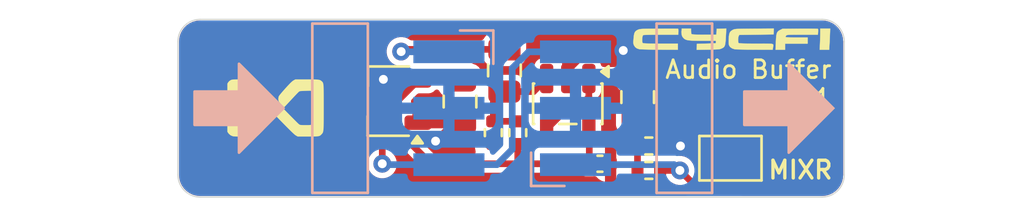
<source format=kicad_pcb>
(kicad_pcb (version 20241229) (generator "pcbnew") (generator_version "9.0")
  (layers (0 "F.Cu" signal) (2 "B.Cu" signal) (13 "F.Paste" user) (15 "B.Paste" user) (5 "F.SilkS" user "F.Silkscreen") (7 "B.SilkS" user "B.Silkscreen") (1 "F.Mask" user) (3 "B.Mask" user) (25 "Edge.Cuts" user))
  (net 0 "")
  (net 1 "GND")
  (net 2 "in+")
  (net 3 "Net-(JP1-A)")
  (net 4 "out")
  (net 5 "vcc")
  (net 6 "v+")
  (net 7 "/+IN")
  (net 8 "/-IN")
  (footprint "Capacitor_SMD:C_0805_2012Metric" (layer "F.Cu") (at 121.7 89.5 90)
    (property "Reference" "C2" (hide yes))
    (property "Value" "10uF")
    (fp_line (start -0.261252 -0.735) (end 0.261252 -0.735) (stroke (width 0.12)) (layer "F.SilkS"))
    (fp_line (start -0.261252 0.735) (end 0.261252 0.735) (stroke (width 0.12)) (layer "F.SilkS"))
    (pad "1" smd roundrect (at -0.95 0 90) (size 1 1.45) (layers "F.Cu" "F.Mask" "F.Paste") (net 3 "Net-(JP1-A)"))
    (pad "2" smd roundrect (at 0.95 0 90) (size 1 1.45) (layers "F.Cu" "F.Mask" "F.Paste") (net 8 "/-IN"))
  )
  (footprint "cycfi_library:infinity_logo_5mm" (layer "F.Cu") (at 105.4 90)
    (property "Reference" "G***" (hide yes))
    (property "Value" "LOGO" (hide yes))
    (fp_poly (pts (xy 1.555656 -1.299748) (xy 1.68235 -1.298687) (xy 1.78328 -1.296358) (xy 1.862231 -1.292305) (xy 1.922987 -1.28607) (xy 1.969333 -1.277195) (xy 2.005053 -1.265223) (xy 2.03393 -1.249696) (xy 2.059749 -1.230157) (xy 2.072886 -1.218566) (xy 2.09157 -1.201513) (xy 2.107593 -1.185192) (xy 2.121159 -1.167043) (xy 2.132472 -1.144506) (xy 2.141736 -1.115022) (xy 2.149157 -1.076031) (xy 2.154938 -1.024974) (xy 2.159284 -0.95929) (xy 2.162399 -0.876421) (xy 2.164487 -0.773807) (xy 2.165754 -0.648887) (xy 2.166404 -0.499104) (xy 2.16664 -0.321896) (xy 2.166668 -0.114705) (xy 2.166666 -0.044298) (xy 2.166636 0.175533) (xy 2.16641 0.364598) (xy 2.165784 0.525462) (xy 2.164554 0.660692) (xy 2.162518 0.772855) (xy 2.159471 0.864517) (xy 2.155211 0.938245) (xy 2.149533 0.996604) (xy 2.142234 1.042162) (xy 2.13311 1.077485) (xy 2.121958 1.10514) (xy 2.108574 1.127692) (xy 2.092754 1.147709) (xy 2.074296 1.167756) (xy 2.070185 1.172085) (xy 2.042033 1.200978) (xy 2.015857 1.223885) (xy 1.987523 1.241499) (xy 1.952899 1.254516) (xy 1.907853 1.263631) (xy 1.848253 1.269539) (xy 1.769965 1.272936) (xy 1.668857 1.274515) (xy 1.540797 1.274974) (xy 1.458333 1.275) (xy 0.991666 1.275) (xy 0.904079 1.22647) (xy 0.880783 1.210675) (xy 0.846776 1.182808) (xy 0.800808 1.141632) (xy 0.741625 1.085908) (xy 0.667977 1.014399) (xy 0.578612 0.925867) (xy 0.472277 0.819075) (xy 0.347721 0.692783) (xy 0.203692 0.545755) (xy 0.038938 0.376752) (xy -0.104254 0.229403) (xy -0.263666 0.065578) (xy -0.413612 -0.087731) (xy -0.552556 -0.228992) (xy -0.678964 -0.356674) (xy -0.791301 -0.469244) (xy -0.888032 -0.565171) (xy -0.967623 -0.642922) (xy -1.028538 -0.700968) (xy -1.069244 -0.737775) (xy -1.086837 -0.751234) (xy -1.118021 -0.764805) (xy -1.154503 -0.774022) (xy -1.203182 -0.779663) (xy -1.270955 -0.782507) (xy -1.364722 -0.783332) (xy -1.371431 -0.783334) (xy -1.440767 -0.784298) (xy -1.498402 -0.785326) (xy -1.545407 -0.783623) (xy -1.582856 -0.776392) (xy -1.611819 -0.760839) (xy -1.633368 -0.734167) (xy -1.648576 -0.693581) (xy -1.658514 -0.636285) (xy -1.664253 -0.559483) (xy -1.666867 -0.460379) (xy -1.667426 -0.336179) (xy -1.667003 -0.184085) (xy -1.666667 -0.013273) (xy -1.6666 0.157302) (xy -1.666307 0.297699) (xy -1.665652 0.411071) (xy -1.664497 0.500573) (xy -1.662705 0.56936) (xy -1.660138 0.620587) (xy -1.656661 0.657407) (xy -1.652136 0.682976) (xy -1.646425 0.700447) (xy -1.639392 0.712976) (xy -1.634844 0.718986) (xy -1.619514 0.735421) (xy -1.600657 0.746758) (xy -1.57196 0.754172) (xy -1.52711 0.758839) (xy -1.459796 0.761931) (xy -1.393741 0.763847) (xy -1.305913 0.765792) (xy -1.243641 0.765488) (xy -1.199172 0.761879) (xy -1.16475 0.753911) (xy -1.132619 0.740528) (xy -1.101231 0.724061) (xy -1.061461 0.697187) (xy -1.008247 0.652031) (xy -0.939759 0.586833) (xy -0.854164 0.499834) (xy -0.749632 0.389271) (xy -0.722615 0.360213) (xy -0.642608 0.274318) (xy -0.569649 0.196725) (xy -0.506903 0.13074) (xy -0.457531 0.079666) (xy -0.424696 0.046808) (xy -0.411857 0.035525) (xy -0.392466 0.043458) (xy -0.357334 0.071045) (xy -0.312202 0.112451) (xy -0.262811 0.161841) (xy -0.214903 0.213381) (xy -0.174217 0.261235) (xy -0.146496 0.299569) (xy -0.139864 0.311964) (xy -0.119534 0.387621) (xy -0.121232 0.461263) (xy -0.136043 0.505262) (xy -0.152071 0.526812) (xy -0.187566 0.569334) (xy -0.239417 0.629272) (xy -0.304516 0.703074) (xy -0.379751 0.787186) (xy -0.462013 0.878054) (xy -0.468736 0.885434) (xy -0.569513 0.995173) (xy -0.65116 1.082052) (xy -0.716216 1.148541) (xy -0.767219 1.19711) (xy -0.806705 1.23023) (xy -0.837214 1.250371) (xy -0.849698 1.256267) (xy -0.874525 1.264415) (xy -0.90613 1.270746) (xy -0.94858 1.275453) (xy -1.005937 1.278728) (xy -1.082266 1.280762) (xy -1.181632 1.281747) (xy -1.3081 1.281874) (xy -1.387838 1.281659) (xy -1.513381 1.280676) (xy -1.631109 1.278744) (xy -1.735995 1.276024) (xy -1.823012 1.272677) (xy -1.887132 1.268866) (xy -1.923326 1.26475) (xy -1.924788 1.264431) (xy -2.023081 1.224805) (xy -2.10506 1.157288) (xy -2.134837 1.11939) (xy -2.175 1.060775) (xy -2.175 -0.023779) (xy -2.175 -1.108334) (xy -2.136872 -1.169651) (xy -2.090558 -1.222502) (xy -2.02983 -1.26431) (xy -2.027443 -1.265485) (xy -2.004609 -1.275669) (xy -1.980325 -1.283632) (xy -1.950361 -1.289646) (xy -1.910483 -1.29398) (xy -1.85646 -1.296909) (xy -1.784061 -1.298701) (xy -1.689052 -1.299631) (xy -1.567202 -1.299969) (xy -1.489677 -1.3) (xy -1.023212 -1.3) (xy -0.936175 -1.256628) (xy -0.915765 -1.244405) (xy -0.888797 -1.224327) (xy -0.853768 -1.194918) (xy -0.809177 -1.154705) (xy -0.75352 -1.102213) (xy -0.685295 -1.035967) (xy -0.602999 -0.954493) (xy -0.505129 -0.856316) (xy -0.390184 -0.739963) (xy -0.25666 -0.603957) (xy -0.103054 -0.446825) (xy 0.070153 -0.269128) (xy 0.215648 -0.119919) (xy 0.355489 0.023076) (xy 0.487784 0.157946) (xy 0.610639 0.282778) (xy 0.72216 0.395663) (xy 0.820455 0.494689) (xy 0.90363 0.577946) (xy 0.969792 0.643522) (xy 1.017047 0.689506) (xy 1.043503 0.713988) (xy 1.046838 0.716666) (xy 1.070988 0.733004) (xy 1.095046 0.744401) (xy 1.125363 0.751744) (xy 1.168292 0.755921) (xy 1.230184 0.757817) (xy 1.317389 0.758321) (xy 1.345254 0.758333) (xy 1.439639 0.758099) (xy 1.506451 0.756846) (xy 1.551448 0.753741) (xy 1.58039 0.747956) (xy 1.599035 0.738659) (xy 1.613142 0.72502) (xy 1.618139 0.718986) (xy 1.626006 0.707811) (xy 1.632462 0.693461) (xy 1.637646 0.672766) (xy 1.641697 0.64256) (xy 1.644754 0.599673) (xy 1.646955 0.540939) (xy 1.64844 0.463187) (xy 1.649347 0.363251) (xy 1.649816 0.237961) (xy 1.649984 0.084151) (xy 1.65 -0.007933) (xy 1.649959 -0.177345) (xy 1.649734 -0.316621) (xy 1.649169 -0.428958) (xy 1.648111 -0.517551) (xy 1.646404 -0.585598) (xy 1.643894 -0.636296) (xy 1.640426 -0.67284) (xy 1.635845 -0.698429) (xy 1.629996 -0.716258) (xy 1.622725 -0.729525) (xy 1.614538 -0.740587) (xy 1.579076 -0.78567) (xy 1.334901 -0.780335) (xy 1.237374 -0.777721) (xy 1.167247 -0.774291) (xy 1.11859 -0.769245) (xy 1.085468 -0.76178) (xy 1.061949 -0.751097) (xy 1.048519 -0.741667) (xy 1.024875 -0.719767) (xy 0.982702 -0.677438) (xy 0.925996 -0.618823) (xy 0.858749 -0.548066) (xy 0.784958 -0.469311) (xy 0.759291 -0.441667) (xy 0.682246 -0.358641) (xy 0.608748 -0.279706) (xy 0.543262 -0.209637) (xy 0.490253 -0.153209) (xy 0.454188 -0.115199) (xy 0.44792 -0.108698) (xy 0.38357 -0.042395) (xy 0.27387 -0.150364) (xy 0.221976 -0.203766) (xy 0.177323 -0.253926) (xy 0.147006 -0.292711) (xy 0.140418 -0.30334) (xy 0.121167 -0.367424) (xy 0.118572 -0.444932) (xy 0.132708 -0.520366) (xy 0.139263 -0.538036) (xy 0.156524 -0.565088) (xy 0.193004 -0.612567) (xy 0.245316 -0.676401) (xy 0.310074 -0.752521) (xy 0.38389 -0.836855) (xy 0.440406 -0.9) (xy 0.541857 -1.010953) (xy 0.624757 -1.098457) (xy 0.691581 -1.164932) (xy 0.744803 -1.212795) (xy 0.7869 -1.244462) (xy 0.803046 -1.254167) (xy 0.887139 -1.300001) (xy 1.399416 -1.300001)) (fill yes) (layer "F.SilkS"))
  )
  (footprint "Capacitor_SMD:C_0805_2012Metric" (layer "F.Cu") (at 113.7 89.7 -90)
    (property "Reference" "C3" (hide yes))
    (property "Value" "4.7uF")
    (fp_line (start -0.261252 0.735) (end 0.261252 0.735) (stroke (width 0.12)) (layer "F.SilkS"))
    (fp_line (start -0.261252 -0.735) (end 0.261252 -0.735) (stroke (width 0.12)) (layer "F.SilkS"))
    (pad "1" smd roundrect (at -0.95 0 270) (size 1 1.45) (layers "F.Cu" "F.Mask" "F.Paste") (net 5 "vcc"))
    (pad "2" smd roundrect (at 0.95 0 270) (size 1 1.45) (layers "F.Cu" "F.Mask" "F.Paste") (net 1 "GND"))
  )
  (footprint "cycfi_library:cycfi-logo-9mm" (layer "F.Cu") (at 125.9 86.9)
    (property "Reference" "G***" (hide yes))
    (property "Value" "LOGO" (hide yes))
    (fp_poly (pts (xy 4.454186 -0.206375) (xy 4.448975 -0.07829) (xy 4.44287 0.056618) (xy 4.436672 0.181339) (xy 4.431735 0.269875) (xy 4.419882 0.465667) (xy 3.99389 0.465667) (xy 4.007778 0.144801) (xy 4.012847 0.01691) (xy 4.017088 -0.110605) (xy 4.020126 -0.224952) (xy 4.02159 -0.313337) (xy 4.021667 -0.331449) (xy 4.021667 -0.486833) (xy 4.464785 -0.486833) (xy 4.454186 -0.206375)) (stroke (width 0.01)) (fill yes) (layer "F.SilkS"))
    (fp_poly (pts (xy 3.601083 -0.483366) (xy 3.725598 -0.481781) (xy 3.82245 -0.479437) (xy 3.886895 -0.476397) (xy 3.914183 -0.472723) (xy 3.914655 -0.472363) (xy 3.921066 -0.44327) (xy 3.922702 -0.386107) (xy 3.920451 -0.333375) (xy 3.911915 -0.211667) (xy 3.216886 -0.211667) (xy 3.023888 -0.211452) (xy 2.868889 -0.210674) (xy 2.747557 -0.209136) (xy 2.65556 -0.206639) (xy 2.588566 -0.202987) (xy 2.542242 -0.19798) (xy 2.512256 -0.191422) (xy 2.494275 -0.183114) (xy 2.488595 -0.178405) (xy 2.461562 -0.138698) (xy 2.455333 -0.114905) (xy 2.461169 -0.105134) (xy 2.481784 -0.097653) (xy 2.521844 -0.092178) (xy 2.586011 -0.088426) (xy 2.67895 -0.086113) (xy 2.805325 -0.084955) (xy 2.95275 -0.084667) (xy 3.450167 -0.084667) (xy 3.450167 0.1905) (xy 2.434167 0.1905) (xy 2.434167 0.465667) (xy 2.004584 0.465667) (xy 2.01942 0.121708) (xy 2.02731 -0.031755) (xy 2.037499 -0.149212) (xy 2.052219 -0.23699) (xy 2.073707 -0.301417) (xy 2.104196 -0.348819) (xy 2.145921 -0.385524) (xy 2.201117 -0.417858) (xy 2.211917 -0.423333) (xy 2.31775 -0.47625) (xy 3.109037 -0.482946) (xy 3.288056 -0.484011) (xy 3.453654 -0.48413) (xy 3.601083 -0.483366)) (stroke (width 0.01)) (fill yes) (layer "F.SilkS"))
    (fp_poly (pts (xy -0.223543 -0.270606) (xy -0.232269 -0.094549) (xy -0.241056 0.044392) (xy -0.251401 0.151406) (xy -0.264802 0.231686) (xy -0.282756 0.290423) (xy -0.306759 0.332809) (xy -0.33831 0.364035) (xy -0.378906 0.389293) (xy -0.419545 0.408986) (xy -0.453791 0.423383) (xy -0.489979 0.434549) (xy -0.534112 0.443002) (xy -0.59219 0.44926) (xy -0.670217 0.453843) (xy -0.774192 0.457268) (xy -0.910118 0.460055) (xy -1.032935 0.461984) (xy -1.547287 0.469538) (xy -1.540935 0.335311) (xy -1.534583 0.201083) (xy -1.11125 0.189366) (xy -0.982182 0.185603) (xy -0.868453 0.181922) (xy -0.776504 0.178563) (xy -0.712772 0.175763) (xy -0.683699 0.173761) (xy -0.682625 0.173491) (xy -0.678616 0.15187) (xy -0.677333 0.116417) (xy -0.677333 0.0635) (xy -1.258375 0.0635) (xy -1.461394 0.062852) (xy -1.626894 0.060494) (xy -1.759675 0.0558) (xy -1.864537 0.048147) (xy -1.94628 0.03691) (xy -2.009705 0.021465) (xy -2.059613 0.001188) (xy -2.100802 -0.024544) (xy -2.131273 -0.050002) (xy -2.192661 -0.126738) (xy -2.224959 -0.221127) (xy -2.23039 -0.340742) (xy -2.227546 -0.37827) (xy -2.217114 -0.486833) (xy -1.799167 -0.486833) (xy -1.799167 -0.37465) (xy -1.794628 -0.30631) (xy -1.783016 -0.25406) (xy -1.773767 -0.237067) (xy -1.751575 -0.228564) (xy -1.701935 -0.221953) (xy -1.621767 -0.217096) (xy -1.507991 -0.213858) (xy -1.357526 -0.2121) (xy -1.203277 -0.211667) (xy -0.658187 -0.211667) (xy -0.651885 -0.343958) (xy -0.645583 -0.47625) (xy -0.429466 -0.482273) (xy -0.213349 -0.488295) (xy -0.223543 -0.270606)) (stroke (width 0.01)) (fill yes) (layer "F.SilkS"))
    (fp_poly (pts (xy 1.921918 -0.355825) (xy 1.915583 -0.22225) (xy 1.143613 -0.211667) (xy 0.371644 -0.201083) (xy 0.344884 -0.148167) (xy 0.328601 -0.094057) (xy 0.320004 -0.02106) (xy 0.319185 0.056027) (xy 0.326238 0.122406) (xy 0.341256 0.163279) (xy 0.3429 0.1651) (xy 0.362102 0.172266) (xy 0.405894 0.178099) (xy 0.477147 0.182691) (xy 0.578729 0.186134) (xy 0.713509 0.18852) (xy 0.884355 0.18994) (xy 1.094138 0.190487) (xy 1.13665 0.1905) (xy 1.340032 0.190204) (xy 1.504955 0.18992) (xy 1.635284 0.190555) (xy 1.734882 0.193014) (xy 1.807616 0.198202) (xy 1.857349 0.207027) (xy 1.887946 0.220394) (xy 1.903272 0.239209) (xy 1.907192 0.264378) (xy 1.90357 0.296807) (xy 1.896271 0.337402) (xy 1.891539 0.367462) (xy 1.878079 0.465667) (xy 1.060748 0.463232) (xy 0.87575 0.462306) (xy 0.701564 0.460719) (xy 0.543319 0.458569) (xy 0.406143 0.455958) (xy 0.295162 0.452986) (xy 0.215506 0.449752) (xy 0.172301 0.446356) (xy 0.169333 0.44585) (xy 0.056788 0.409176) (xy -0.029687 0.352104) (xy -0.075909 0.292803) (xy -0.091755 0.252184) (xy -0.101041 0.199171) (xy -0.10458 0.124505) (xy -0.103181 0.018926) (xy -0.102323 -0.008464) (xy -0.09448 -0.141822) (xy -0.078914 -0.240873) (xy -0.052158 -0.313429) (xy -0.010749 -0.3673) (xy 0.048777 -0.410298) (xy 0.084204 -0.429075) (xy 0.108919 -0.440707) (xy 0.134212 -0.45029) (xy 0.164316 -0.45806) (xy 0.203464 -0.46425) (xy 0.255888 -0.469096) (xy 0.325819 -0.472831) (xy 0.417492 -0.475691) (xy 0.535137 -0.47791) (xy 0.682987 -0.479723) (xy 0.865275 -0.481363) (xy 1.054085 -0.482825) (xy 1.928253 -0.489399) (xy 1.921918 -0.355825)) (stroke (width 0.01)) (fill yes) (layer "F.SilkS"))
    (fp_poly (pts (xy -2.606136 -0.484692) (xy -2.500269 -0.483905) (xy -2.425954 -0.482649) (xy -2.387852 -0.480938) (xy -2.384106 -0.480311) (xy -2.370245 -0.453216) (xy -2.36575 -0.388498) (xy -2.367255 -0.341398) (xy -2.374427 -0.211667) (xy -3.150422 -0.211343) (xy -3.33571 -0.210743) (xy -3.505238 -0.209178) (xy -3.654479 -0.20676) (xy -3.778906 -0.2036) (xy -3.873992 -0.19981) (xy -3.935213 -0.195502) (xy -3.957405 -0.191419) (xy -3.975999 -0.15948) (xy -3.989729 -0.098927) (xy -3.997754 -0.023285) (xy -3.999235 0.053917) (xy -3.993334 0.119154) (xy -3.97921 0.158898) (xy -3.979143 0.158979) (xy -3.967139 0.167304) (xy -3.943693 0.174062) (xy -3.904843 0.179408) (xy -3.846632 0.183497) (xy -3.7651 0.186482) (xy -3.656288 0.18852) (xy -3.516237 0.189765) (xy -3.340987 0.190371) (xy -3.172408 0.1905) (xy -2.391833 0.1905) (xy -2.391833 0.465667) (xy -3.212042 0.463347) (xy -3.39843 0.462351) (xy -3.574922 0.460516) (xy -3.736234 0.457962) (xy -3.877083 0.454811) (xy -3.992184 0.451184) (xy -4.076253 0.447201) (xy -4.124007 0.442984) (xy -4.127468 0.442387) (xy -4.237424 0.406226) (xy -4.317774 0.344038) (xy -4.366982 0.269317) (xy -4.383859 0.230137) (xy -4.393526 0.189014) (xy -4.396618 0.135756) (xy -4.39377 0.060173) (xy -4.386272 -0.04003) (xy -4.373227 -0.166481) (xy -4.355529 -0.258677) (xy -4.329216 -0.324693) (xy -4.290324 -0.372602) (xy -4.234887 -0.410476) (xy -4.194507 -0.430605) (xy -4.168235 -0.442062) (xy -4.140875 -0.451473) (xy -4.108083 -0.459078) (xy -4.065515 -0.465119) (xy -4.008825 -0.469836) (xy -3.93367 -0.47347) (xy -3.835704 -0.476262) (xy -3.710584 -0.478454) (xy -3.553965 -0.480285) (xy -3.361503 -0.481997) (xy -3.251939 -0.482872) (xy -3.066458 -0.484099) (xy -2.893891 -0.484802) (xy -2.738897 -0.484995) (xy -2.606136 -0.484692)) (stroke (width 0.01)) (fill yes) (layer "F.SilkS"))
  )
  (footprint "Capacitor_SMD:C_0805_2012Metric" (layer "F.Cu") (at 115.7 88.3 90)
    (property "Reference" "C1" (hide yes))
    (property "Value" "100nF")
    (fp_line (start -0.261252 -0.735) (end 0.261252 -0.735) (stroke (width 0.12)) (layer "F.SilkS"))
    (fp_line (start -0.261252 0.735) (end 0.261252 0.735) (stroke (width 0.12)) (layer "F.SilkS"))
    (pad "1" smd roundrect (at -0.95 0 90) (size 1 1.45) (layers "F.Cu" "F.Mask" "F.Paste") (net 7 "/+IN"))
    (pad "2" smd roundrect (at 0.95 0 90) (size 1 1.45) (layers "F.Cu" "F.Mask" "F.Paste") (net 2 "in+"))
  )
  (footprint "Resistor_SMD:R_0402_1005Metric" (layer "F.Cu") (at 116.3 91.1 90)
    (property "Reference" "R1" (hide yes))
    (property "Value" "1MΩ")
    (fp_line (start -0.153641 -0.38) (end 0.153641 -0.38) (stroke (width 0.12)) (layer "F.SilkS"))
    (fp_line (start -0.153641 0.38) (end 0.153641 0.38) (stroke (width 0.12)) (layer "F.SilkS"))
    (pad "1" smd roundrect (at -0.51 0 90) (size 0.54 0.64) (layers "F.Cu" "F.Mask" "F.Paste") (net 5 "vcc"))
    (pad "2" smd roundrect (at 0.51 0 90) (size 0.54 0.64) (layers "F.Cu" "F.Mask" "F.Paste") (net 7 "/+IN"))
  )
  (footprint "Jumper:SolderJumper-2_P1.3mm_Open_TrianglePad1.0x1.5mm" (layer "F.Cu") (at 125.875 92.25)
    (property "Reference" "JP1" (hide yes))
    (property "Value" "SolderJumper_2_Open")
    (fp_line (start -1.4 -1) (end 1.4 -1) (stroke (width 0.12)) (layer "F.SilkS"))
    (fp_line (start -1.4 1) (end -1.4 -1) (stroke (width 0.12)) (layer "F.SilkS"))
    (fp_line (start 1.4 -1) (end 1.4 1) (stroke (width 0.12)) (layer "F.SilkS"))
    (fp_line (start 1.4 1) (end -1.4 1) (stroke (width 0.12)) (layer "F.SilkS"))
    (pad "1" smd custom (at -0.725 0) (size 0.3 0.3) (layers "F.Cu" "F.Mask") (net 3 "Net-(JP1-A)") (options (clearance outline) (anchor rect)) (primitives (gr_poly (pts (xy 1 0) (xy 0.5 0.75) (xy -0.5 0.75) (xy -0.5 -0.75) (xy 0.5 -0.75)) (width 0) (fill yes))))
    (pad "2" smd custom (at 0.725 0) (size 0.3 0.3) (layers "F.Cu" "F.Mask") (net 4 "out") (options (clearance outline) (anchor rect)) (primitives (gr_poly (pts (xy 0.5 0.75) (xy -0.65 0.75) (xy -0.15 0) (xy -0.65 -0.75) (xy 0.5 -0.75)) (width 0) (fill yes))))
  )
  (footprint "Resistor_SMD:R_0402_1005Metric" (layer "F.Cu") (at 122.2 92.8 180)
    (property "Reference" "R4" (hide yes))
    (property "Value" "4.7k")
    (fp_line (start -0.153641 0.38) (end 0.153641 0.38) (stroke (width 0.12)) (layer "F.SilkS"))
    (fp_line (start -0.153641 -0.38) (end 0.153641 -0.38) (stroke (width 0.12)) (layer "F.SilkS"))
    (pad "1" smd roundrect (at -0.51 0 180) (size 0.54 0.64) (layers "F.Cu" "F.Mask" "F.Paste") (net 4 "out"))
    (pad "2" smd roundrect (at 0.51 0 180) (size 0.54 0.64) (layers "F.Cu" "F.Mask" "F.Paste") (net 3 "Net-(JP1-A)"))
  )
  (footprint "Capacitor_SMD:C_0402_1005Metric" (layer "F.Cu") (at 120 92.5)
    (property "Reference" "C4" (hide yes))
    (property "Value" "100nF")
    (fp_line (start -0.107836 -0.36) (end 0.107836 -0.36) (stroke (width 0.12)) (layer "F.SilkS"))
    (fp_line (start -0.107836 0.36) (end 0.107836 0.36) (stroke (width 0.12)) (layer "F.SilkS"))
    (pad "1" smd roundrect (at -0.48 0) (size 0.56 0.62) (layers "F.Cu" "F.Mask" "F.Paste") (net 5 "vcc"))
    (pad "2" smd roundrect (at 0.48 0) (size 0.56 0.62) (layers "F.Cu" "F.Mask" "F.Paste") (net 1 "GND"))
  )
  (footprint "Resistor_SMD:R_0402_1005Metric" (layer "F.Cu") (at 122.2 91.7)
    (property "Reference" "R3" (hide yes))
    (property "Value" "100k")
    (fp_line (start -0.153641 -0.38) (end 0.153641 -0.38) (stroke (width 0.12)) (layer "F.SilkS"))
    (fp_line (start -0.153641 0.38) (end 0.153641 0.38) (stroke (width 0.12)) (layer "F.SilkS"))
    (pad "1" smd roundrect (at -0.51 0) (size 0.54 0.64) (layers "F.Cu" "F.Mask" "F.Paste") (net 3 "Net-(JP1-A)"))
    (pad "2" smd roundrect (at 0.51 0) (size 0.54 0.64) (layers "F.Cu" "F.Mask" "F.Paste") (net 1 "GND"))
  )
  (footprint "Resistor_SMD:R_0402_1005Metric" (layer "F.Cu") (at 115.2 91.1 -90)
    (property "Reference" "R2" (hide yes))
    (property "Value" "1MΩ")
    (fp_line (start -0.153641 0.38) (end 0.153641 0.38) (stroke (width 0.12)) (layer "F.SilkS"))
    (fp_line (start -0.153641 -0.38) (end 0.153641 -0.38) (stroke (width 0.12)) (layer "F.SilkS"))
    (pad "1" smd roundrect (at -0.51 0 270) (size 0.54 0.64) (layers "F.Cu" "F.Mask" "F.Paste") (net 7 "/+IN"))
    (pad "2" smd roundrect (at 0.51 0 270) (size 0.54 0.64) (layers "F.Cu" "F.Mask" "F.Paste") (net 1 "GND"))
  )
  (footprint "Package_TO_SOT_SMD:SOT-23-5" (layer "F.Cu") (at 118.55 89.8 -90)
    (property "Reference" "U1" (hide yes))
    (property "Value" "OPA197IDBV")
    (fp_line (start -0.91 1.56) (end -0.91 1.51) (stroke (width 0.12)) (layer "F.SilkS"))
    (fp_line (start 0.91 1.56) (end -0.91 1.56) (stroke (width 0.12)) (layer "F.SilkS"))
    (fp_line (start 0.91 1.51) (end 0.91 1.56) (stroke (width 0.12)) (layer "F.SilkS"))
    (fp_line (start 0.91 -0.39) (end 0.91 0.39) (stroke (width 0.12)) (layer "F.SilkS"))
    (fp_line (start -0.91 -1.51) (end -0.91 -1.56) (stroke (width 0.12)) (layer "F.SilkS"))
    (fp_line (start -0.91 -1.56) (end 0.91 -1.56) (stroke (width 0.12)) (layer "F.SilkS"))
    (fp_line (start 0.91 -1.56) (end 0.91 -1.51) (stroke (width 0.12)) (layer "F.SilkS"))
    (fp_poly (pts (xy -1.45 -1.51) (xy -1.69 -1.84) (xy -1.21 -1.84)) (stroke (width 0.12)) (fill yes) (layer "F.SilkS"))
    (pad "1" smd roundrect (at -1.1375 -0.95 270) (size 1.325 0.6) (layers "F.Cu" "F.Mask" "F.Paste") (net 8 "/-IN"))
    (pad "2" smd roundrect (at -1.1375 0 270) (size 1.325 0.6) (layers "F.Cu" "F.Mask" "F.Paste") (net 1 "GND"))
    (pad "3" smd roundrect (at -1.1375 0.95 270) (size 1.325 0.6) (layers "F.Cu" "F.Mask" "F.Paste") (net 7 "/+IN"))
    (pad "4" smd roundrect (at 1.1375 0.95 270) (size 1.325 0.6) (layers "F.Cu" "F.Mask" "F.Paste") (net 8 "/-IN"))
    (pad "5" smd roundrect (at 1.1375 -0.95 270) (size 1.325 0.6) (layers "F.Cu" "F.Mask" "F.Paste") (net 5 "vcc"))
  )
  (footprint "Package_TO_SOT_SMD:TSOT-23" (layer "F.Cu") (at 110.5 89.7 180)
    (property "Reference" "Q1" (hide yes))
    (property "Value" "LBSS84LT1G")
    (fp_line (start 0.96 -1.54) (end 0.96 -0.65) (stroke (width 0.12)) (layer "F.SilkS"))
    (fp_line (start 0.96 -1.54) (end -0.89 -1.54) (stroke (width 0.12)) (layer "F.SilkS"))
    (fp_line (start 0.945 1.58) (end -0.905 1.58) (stroke (width 0.12)) (layer "F.SilkS"))
    (fp_line (start 0.945 0.69) (end 0.945 1.58) (stroke (width 0.12)) (layer "F.SilkS"))
    (fp_poly (pts (xy -1.28 -1.55) (xy -1.52 -1.88) (xy -1.04 -1.88) (xy -1.28 -1.55)) (stroke (width 0.12)) (fill yes) (layer "F.SilkS"))
    (pad "1" smd roundrect (at -1.31 -0.95 180) (size 1.22 0.65) (layers "F.Cu" "F.Mask" "F.Paste") (net 1 "GND"))
    (pad "2" smd roundrect (at -1.31 0.95 180) (size 1.22 0.65) (layers "F.Cu" "F.Mask" "F.Paste") (net 5 "vcc"))
    (pad "3" smd roundrect (at 1.31 0 180) (size 1.22 0.65) (layers "F.Cu" "F.Mask" "F.Paste") (net 6 "v+"))
  )
  (footprint "cycfi_library:pin_header_1x3p_2.54mm_smd_horizontal" (layer "B.Cu") (at 118.9 90)
    (property "Reference" "J2" (hide yes))
    (property "Value" "conn_1x3" (hide yes))
    (fp_line (start -2 2) (end -2 3.5) (stroke (width 0.12)) (layer "B.SilkS"))
    (fp_line (start -2 3.5) (end -0.5 3.5) (stroke (width 0.12)) (layer "B.SilkS"))
    (fp_line (start 3.65 -3.81) (end 6.15 -3.81) (stroke (width 0.12)) (layer "B.SilkS"))
    (fp_line (start 3.65 3.81) (end 3.65 -3.81) (stroke (width 0.12)) (layer "B.SilkS"))
    (fp_line (start 3.65 3.81) (end 6.15 3.81) (stroke (width 0.12)) (layer "B.SilkS"))
    (fp_line (start 6.15 3.81) (end 6.15 -3.81) (stroke (width 0.12)) (layer "B.SilkS"))
    (pad "1" smd rect (at 0 2.54) (size 3.2 1.02) (layers "B.Cu" "B.Mask" "B.Paste") (net 4 "out"))
    (pad "2" smd rect (at 0 0) (size 3.2 1.02) (layers "B.Cu" "B.Mask" "B.Paste") (net 1 "GND"))
    (pad "3" smd rect (at 0 -2.54) (size 3.2 1.02) (layers "B.Cu" "B.Mask" "B.Paste") (net 6 "v+"))
  )
  (footprint "cycfi_library:pin_header_1x3p_2.54mm_smd_horizontal" (layer "B.Cu") (at 113.2 90 180)
    (property "Reference" "J1" (hide yes))
    (property "Value" "conn_1x3" (hide yes))
    (fp_line (start 6.15 3.81) (end 6.15 -3.81) (stroke (width 0.12)) (layer "B.SilkS"))
    (fp_line (start 3.65 3.81) (end 6.15 3.81) (stroke (width 0.12)) (layer "B.SilkS"))
    (fp_line (start 3.65 3.81) (end 3.65 -3.81) (stroke (width 0.12)) (layer "B.SilkS"))
    (fp_line (start 3.65 -3.81) (end 6.15 -3.81) (stroke (width 0.12)) (layer "B.SilkS"))
    (fp_line (start -2 3.5) (end -0.5 3.5) (stroke (width 0.12)) (layer "B.SilkS"))
    (fp_line (start -2 2) (end -2 3.5) (stroke (width 0.12)) (layer "B.SilkS"))
    (pad "1" smd rect (at 0 2.54 180) (size 3.2 1.02) (layers "B.Cu" "B.Mask" "B.Paste") (net 2 "in+"))
    (pad "2" smd rect (at 0 0 180) (size 3.2 1.02) (layers "B.Cu" "B.Mask" "B.Paste") (net 1 "GND"))
    (pad "3" smd rect (at 0 -2.54 180) (size 3.2 1.02) (layers "B.Cu" "B.Mask" "B.Paste") (net 6 "v+"))
  )
  (gr_poly (pts (xy 105.75 90) (xy 103.75 92) (xy 103.75 90.75) (xy 101.75 90.75) (xy 101.75 89.25) (xy 103.75 89.25) (xy 103.75 88)) (stroke (width 0.12)) (fill yes) (layer "B.SilkS"))
  (gr_poly (pts (xy 130.5 90) (xy 128.5 92) (xy 128.5 90.75) (xy 126.5 90.75) (xy 126.5 89.25) (xy 128.5 89.25) (xy 128.5 88)) (stroke (width 0.12)) (fill yes) (layer "B.SilkS"))
  (gr_line (start 101 87) (end 101 93) (stroke (width 0.05)) (layer "Edge.Cuts"))
  (gr_arc (start 101 87) (mid 101.292893 86.292893) (end 102 86) (stroke (width 0.05)) (layer "Edge.Cuts"))
  (gr_arc (start 102 94) (mid 101.292893 93.707107) (end 101 93) (stroke (width 0.05)) (layer "Edge.Cuts"))
  (gr_arc (start 130 86) (mid 130.707107 86.292893) (end 131 87) (stroke (width 0.05)) (layer "Edge.Cuts"))
  (gr_arc (start 131 93) (mid 130.707107 93.707107) (end 130 94) (stroke (width 0.05)) (layer "Edge.Cuts"))
  (gr_line (start 130 94) (end 102 94) (stroke (width 0.05)) (layer "Edge.Cuts"))
  (gr_line (start 102 86) (end 130 86) (stroke (width 0.05)) (layer "Edge.Cuts"))
  (gr_line (start 131 87) (end 131 93) (stroke (width 0.05)) (layer "Edge.Cuts"))
  (gr_text "Audio Buffer\nv1.1" (at 130.5 88.9 0) (layer "F.SilkS") (effects (font (size 0.8 0.8) (thickness 0.125)) (justify right)))
  (gr_text "MIXR" (at 127.5 93.244975 0) (layer "F.SilkS") (effects (font (size 0.8 0.8)) (justify left bottom)))
  (segment (start 118.55 88.6625) (end 118.55 88.364171) (width 0.2) (layer "F.Cu") (net 1))
  (segment (start 115.2 91.61) (end 114.66 91.61) (width 0.3) (layer "F.Cu") (net 1))
  (segment (start 113.7 90.65) (end 113.429998 90.65) (width 0.3) (layer "F.Cu") (net 1))
  (segment (start 122.71 91.7) (end 123.625 91.7) (width 0.3) (layer "F.Cu") (net 1))
  (segment (start 118.55 88.364171) (end 119.514171 87.4) (width 0.2) (layer "F.Cu") (net 1))
  (segment (start 114.66 91.61) (end 113.7 90.65) (width 0.3) (layer "F.Cu") (net 1))
  (segment (start 119.514171 87.4) (end 121.050002 87.4) (width 0.2) (layer "F.Cu") (net 1))
  (segment (start 113.429998 90.65) (end 112.6 91.479998) (width 0.3) (layer "F.Cu") (net 1))
  (segment (start 113.7 90.65) (end 111.81 90.65) (width 0.3) (layer "F.Cu") (net 1))
  (via (at 121.050002 87.4) (size 0.8) (drill 0.4) (layers "F.Cu" "B.Cu") (net 1))
  (via (at 110.25 88.7) (size 0.8) (drill 0.4) (layers "F.Cu" "B.Cu") (net 1))
  (via (at 112.6 91.479998) (size 0.8) (drill 0.4) (layers "F.Cu" "B.Cu") (net 1))
  (via (at 123.625 91.7) (size 0.8) (drill 0.4) (layers "F.Cu" "B.Cu") (net 1))
  (segment (start 111.05 87.45) (end 111.15 87.35) (width 0.3) (layer "F.Cu") (net 2))
  (segment (start 111.15 87.35) (end 115.7 87.35) (width 0.3) (layer "F.Cu") (net 2))
  (via (at 111.05 87.45) (size 0.8) (drill 0.4) (layers "F.Cu" "B.Cu") (net 2))
  (segment (start 113.2 87.46) (end 111.06 87.46) (width 0.3) (layer "B.Cu") (net 2))
  (segment (start 111.06 87.46) (end 111.05 87.45) (width 0.3) (layer "B.Cu") (net 2))
  (segment (start 121.69 92.8) (end 121.69 91.7) (width 0.3) (layer "F.Cu") (net 3))
  (segment (start 124.1 90.45) (end 121.7 90.45) (width 0.3) (layer "F.Cu") (net 3))
  (segment (start 121.69 91.7) (end 121.69 90.46) (width 0.3) (layer "F.Cu") (net 3))
  (segment (start 125.225 92.25) (end 125.2 92.225) (width 0.3) (layer "F.Cu") (net 3))
  (segment (start 125.2 91.55) (end 124.1 90.45) (width 0.3) (layer "F.Cu") (net 3))
  (segment (start 125.2 92.225) (end 125.2 91.55) (width 0.3) (layer "F.Cu") (net 3))
  (segment (start 121.69 90.46) (end 121.7 90.45) (width 0.3) (layer "F.Cu") (net 3))
  (segment (start 125.9 93.6) (end 124.4 93.6) (width 0.3) (layer "F.Cu") (net 4))
  (segment (start 124.4 93.6) (end 123.6 92.8) (width 0.3) (layer "F.Cu") (net 4))
  (segment (start 126.5 93) (end 125.9 93.6) (width 0.3) (layer "F.Cu") (net 4))
  (segment (start 126.525 92.25) (end 126.5 92.275) (width 0.3) (layer "F.Cu") (net 4))
  (segment (start 126.65 92.4) (end 126.6 92.45) (width 0.3) (layer "F.Cu") (net 4))
  (segment (start 126.5 92.275) (end 126.5 93) (width 0.3) (layer "F.Cu") (net 4))
  (segment (start 123.6 92.8) (end 122.71 92.8) (width 0.3) (layer "F.Cu") (net 4))
  (via (at 123.6 92.8) (size 0.8) (drill 0.4) (layers "F.Cu" "B.Cu") (net 4))
  (segment (start 118.9 92.54) (end 123.34 92.54) (width 0.3) (layer "B.Cu") (net 4))
  (segment (start 123.34 92.54) (end 123.6 92.8) (width 0.3) (layer "B.Cu") (net 4))
  (segment (start 112.39001 92.5) (end 116.3 92.5) (width 0.3) (layer "F.Cu") (net 5))
  (segment (start 110.899 91.00899) (end 112.39001 92.5) (width 0.3) (layer "F.Cu") (net 5))
  (segment (start 111.81 88.75) (end 110.899 89.661) (width 0.3) (layer "F.Cu") (net 5))
  (segment (start 110.899 89.661) (end 110.899 91.00899) (width 0.3) (layer "F.Cu") (net 5))
  (segment (start 116.3 92.5) (end 117.19 92.5) (width 0.3) (layer "F.Cu") (net 5))
  (segment (start 116.3 91.61) (end 116.3 92.5) (width 0.3) (layer "F.Cu") (net 5))
  (segment (start 111.81 88.75) (end 113.7 88.75) (width 0.3) (layer "F.Cu") (net 5))
  (segment (start 119.52 92.5) (end 119.52 90.9575) (width 0.3) (layer "F.Cu") (net 5))
  (segment (start 119.52 92.5) (end 117.19 92.5) (width 0.3) (layer "F.Cu") (net 5))
  (segment (start 119.52 90.9575) (end 119.5 90.9375) (width 0.3) (layer "F.Cu") (net 5))
  (segment (start 110.2 90.71) (end 110.2 92.5) (width 0.3) (layer "F.Cu") (net 6))
  (segment (start 109.19 89.7) (end 110.2 90.71) (width 0.3) (layer "F.Cu") (net 6))
  (via (at 110.2 92.5) (size 0.8) (drill 0.4) (layers "F.Cu" "B.Cu") (net 6))
  (segment (start 115.36 92.54) (end 113.2 92.54) (width 0.3) (layer "B.Cu") (net 6))
  (segment (start 116.05 88.2) (end 116.05 91.85) (width 0.3) (layer "B.Cu") (net 6))
  (segment (start 110.2 92.5) (end 110.24 92.54) (width 0.3) (layer "B.Cu") (net 6))
  (segment (start 118.9 87.46) (end 116.79 87.46) (width 0.3) (layer "B.Cu") (net 6))
  (segment (start 116.79 87.46) (end 116.05 88.2) (width 0.3) (layer "B.Cu") (net 6))
  (segment (start 110.24 92.54) (end 113.2 92.54) (width 0.3) (layer "B.Cu") (net 6))
  (segment (start 116.05 91.85) (end 115.36 92.54) (width 0.3) (layer "B.Cu") (net 6))
  (segment (start 116.3 90.59) (end 115.2 90.59) (width 0.3) (layer "F.Cu") (net 7))
  (segment (start 117.0125 89.25) (end 117.6 88.6625) (width 0.3) (layer "F.Cu") (net 7))
  (segment (start 115.7 89.25) (end 117.0125 89.25) (width 0.3) (layer "F.Cu") (net 7))
  (segment (start 115.2 90.59) (end 115.2 89.75) (width 0.3) (layer "F.Cu") (net 7))
  (segment (start 115.2 89.75) (end 115.7 89.25) (width 0.3) (layer "F.Cu") (net 7))
  (segment (start 118.4875 90.05) (end 118.95 90.05) (width 0.3) (layer "F.Cu") (net 8))
  (segment (start 119.6125 88.55) (end 119.5 88.6625) (width 0.3) (layer "F.Cu") (net 8))
  (segment (start 118.95 90.05) (end 119.5 89.5) (width 0.3) (layer "F.Cu") (net 8))
  (segment (start 121.7 88.55) (end 119.6125 88.55) (width 0.3) (layer "F.Cu") (net 8))
  (segment (start 119.5 89.5) (end 119.5 88.6625) (width 0.3) (layer "F.Cu") (net 8))
  (segment (start 117.6 90.9375) (end 118.4875 90.05) (width 0.3) (layer "F.Cu") (net 8))
  (zone (net 1) (net_name "GND") (layer "F.Cu") (connect_pads (clearance 0.254)) (min_thickness 0.254) (fill yes (thermal_gap 0.508) (thermal_bridge_width 0.508))
    (polygon (pts (xy 131 94) (xy 101 94) (xy 101 86) (xy 131 86)))
  )
  (zone (net 1) (net_name "GND") (layer "B.Cu") (connect_pads (clearance 0.254)) (min_thickness 0.254) (fill yes (thermal_gap 0.508) (thermal_bridge_width 0.508))
    (polygon (pts (xy 131 94) (xy 101 94) (xy 101 86) (xy 131 86)))
  )
)
</source>
